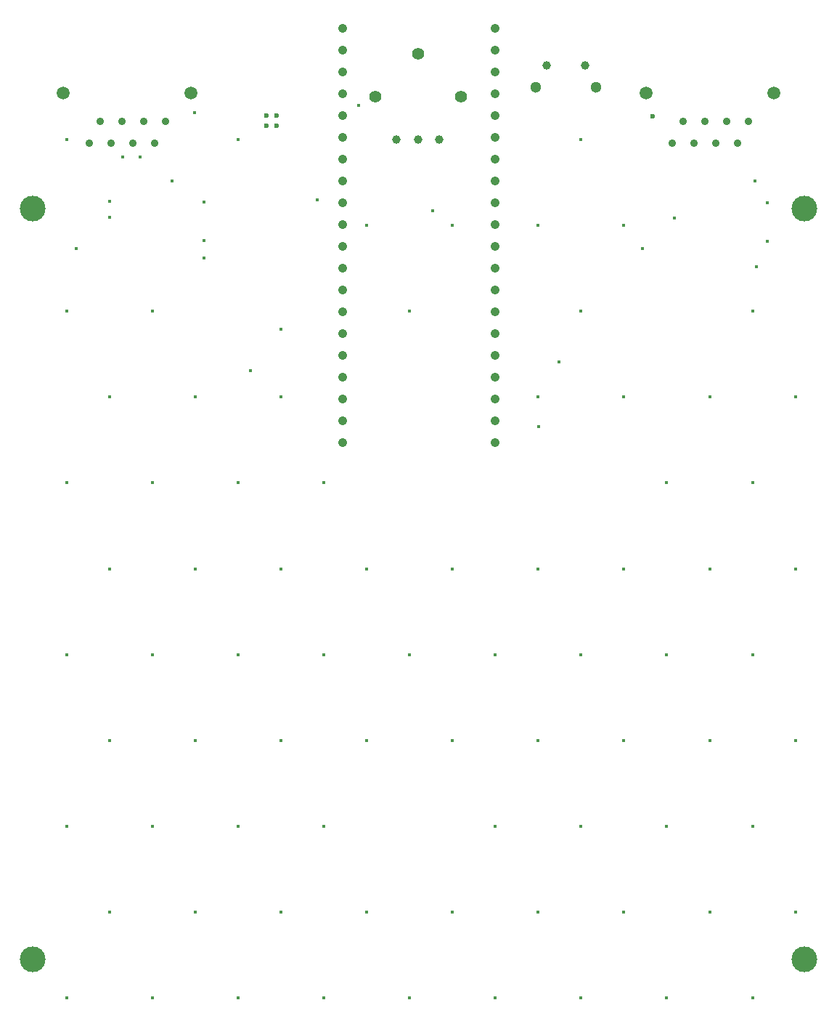
<source format=gbr>
%TF.GenerationSoftware,Altium Limited,Altium Designer,22.10.1 (41)*%
G04 Layer_Color=0*
%FSLAX45Y45*%
%MOMM*%
%TF.SameCoordinates,CC01BCFA-2ECF-4BF2-A349-93AF2CE8EC74*%
%TF.FilePolarity,Positive*%
%TF.FileFunction,Plated,1,2,PTH,Drill*%
%TF.Part,Single*%
G01*
G75*
%TA.AperFunction,ComponentDrill*%
%ADD70C,1.00000*%
%ADD71C,1.30000*%
%ADD72C,1.40000*%
%ADD73C,1.00000*%
%ADD74C,1.40000*%
%ADD75C,1.50000*%
%ADD76C,0.89000*%
%ADD77C,0.60000*%
%TA.AperFunction,OtherDrill,Pad Free-1 (-45mm,10mm)*%
%ADD78C,3.00000*%
%TA.AperFunction,OtherDrill,Pad Free-1 (45mm,10mm)*%
%ADD79C,3.00000*%
%TA.AperFunction,OtherDrill,Pad Free-1 (45mm,97.5mm)*%
%ADD80C,3.00000*%
%TA.AperFunction,OtherDrill,Pad Free-1 (-45mm,97.5mm)*%
%ADD81C,3.00000*%
%TA.AperFunction,ComponentDrill*%
%ADD82C,1.04000*%
%TA.AperFunction,ViaDrill,NotFilled*%
%ADD83C,0.40000*%
%ADD84C,0.60000*%
D70*
X1493500Y11419999D02*
D03*
X1943500D02*
D03*
D71*
X1368500Y11164999D02*
D03*
X2068500D02*
D03*
D72*
X-8000Y11550000D02*
D03*
D73*
X242000Y10550000D02*
D03*
X-8000D02*
D03*
X-258000D02*
D03*
D74*
X-508000Y11050000D02*
D03*
X492000D02*
D03*
D75*
X-4144000Y11091100D02*
D03*
X-2656000D02*
D03*
X2656000Y11091100D02*
D03*
X4144000D02*
D03*
D76*
X-3844500Y10507100D02*
D03*
X-3717500Y10761100D02*
D03*
X-3590500Y10507100D02*
D03*
X-3463500Y10761100D02*
D03*
X-3336500Y10507100D02*
D03*
X-3209500Y10761100D02*
D03*
X-3082500Y10507100D02*
D03*
X-2955500Y10761100D02*
D03*
X2955500Y10507100D02*
D03*
X3082500Y10761100D02*
D03*
X3209500Y10507100D02*
D03*
X3336500Y10761100D02*
D03*
X3463500Y10507100D02*
D03*
X3590500Y10761100D02*
D03*
X3717500Y10507100D02*
D03*
X3844500Y10761100D02*
D03*
D77*
X-1654500Y10715001D02*
D03*
X-1774500D02*
D03*
Y10835001D02*
D03*
X-1654500D02*
D03*
D78*
X-4500000Y1000000D02*
D03*
D79*
X4500000D02*
D03*
D80*
Y9750000D02*
D03*
D81*
X-4500000D02*
D03*
D82*
X-889000Y11846500D02*
D03*
Y11592500D02*
D03*
Y11338500D02*
D03*
Y11084500D02*
D03*
Y10830500D02*
D03*
Y10576500D02*
D03*
Y10322500D02*
D03*
Y10068500D02*
D03*
Y9814500D02*
D03*
Y9560500D02*
D03*
Y9306500D02*
D03*
Y9052500D02*
D03*
Y8798500D02*
D03*
Y8544500D02*
D03*
Y8290500D02*
D03*
Y8036500D02*
D03*
Y7782500D02*
D03*
Y7528500D02*
D03*
Y7274500D02*
D03*
Y7020500D02*
D03*
X889000D02*
D03*
Y7274500D02*
D03*
Y7528500D02*
D03*
Y7782500D02*
D03*
Y8036500D02*
D03*
Y8290500D02*
D03*
Y8544500D02*
D03*
Y8798500D02*
D03*
Y9052500D02*
D03*
Y9306500D02*
D03*
Y9560500D02*
D03*
Y9814500D02*
D03*
Y10068500D02*
D03*
Y10322500D02*
D03*
Y10576500D02*
D03*
Y10830500D02*
D03*
Y11084500D02*
D03*
Y11338500D02*
D03*
Y11592500D02*
D03*
Y11846500D02*
D03*
D83*
X167300Y9722700D02*
D03*
X-2616280Y10863720D02*
D03*
X-3600000Y9830000D02*
D03*
X-1182700Y9850000D02*
D03*
X1635000Y7960000D02*
D03*
X1400000Y7210000D02*
D03*
X-1965000Y7857500D02*
D03*
X-1610000Y8340000D02*
D03*
X3894000Y8553500D02*
D03*
X4394000Y7553500D02*
D03*
X3894000Y6553500D02*
D03*
X4394000Y5553500D02*
D03*
X3894000Y4553500D02*
D03*
X4394000Y3553500D02*
D03*
X3894000Y2553500D02*
D03*
X4394000Y1553500D02*
D03*
X3894000Y553500D02*
D03*
X3394000Y7553500D02*
D03*
X2894000Y6553500D02*
D03*
X3394000Y5553500D02*
D03*
X2894000Y4553500D02*
D03*
X3394000Y3553500D02*
D03*
X2894000Y2553500D02*
D03*
X3394000Y1553500D02*
D03*
X2894000Y553500D02*
D03*
X1894000Y10553500D02*
D03*
X2394000Y9553500D02*
D03*
X1894000Y8553500D02*
D03*
X2394000Y7553500D02*
D03*
Y5553500D02*
D03*
X1894000Y4553500D02*
D03*
X2394000Y3553500D02*
D03*
X1894000Y2553500D02*
D03*
X2394000Y1553500D02*
D03*
X1894000Y553500D02*
D03*
X1394000Y9553500D02*
D03*
Y7553500D02*
D03*
Y5553500D02*
D03*
X894000Y4553500D02*
D03*
X1394000Y3553500D02*
D03*
X894000Y2553500D02*
D03*
X1394000Y1553500D02*
D03*
X894000Y553500D02*
D03*
X394000Y9553500D02*
D03*
X-106000Y8553500D02*
D03*
X394000Y5553500D02*
D03*
X-106000Y4553500D02*
D03*
X394000Y3553500D02*
D03*
Y1553500D02*
D03*
X-106000Y553500D02*
D03*
X-606000Y9553500D02*
D03*
X-1106000Y6553500D02*
D03*
X-606000Y5553500D02*
D03*
X-1106000Y4553500D02*
D03*
X-606000Y3553500D02*
D03*
X-1106000Y2553500D02*
D03*
X-606000Y1553500D02*
D03*
X-1106000Y553500D02*
D03*
X-2106000Y10553500D02*
D03*
X-1606000Y7553500D02*
D03*
X-2106000Y6553500D02*
D03*
X-1606000Y5553500D02*
D03*
X-2106000Y4553500D02*
D03*
X-1606000Y3553500D02*
D03*
X-2106000Y2553500D02*
D03*
X-1606000Y1553500D02*
D03*
X-2106000Y553500D02*
D03*
X-3106000Y8553500D02*
D03*
X-2606000Y7553500D02*
D03*
X-3106000Y6553500D02*
D03*
X-2606000Y5553500D02*
D03*
X-3106000Y4553500D02*
D03*
X-2606000Y3553500D02*
D03*
X-3106000Y2553500D02*
D03*
X-2606000Y1553500D02*
D03*
X-3106000Y553500D02*
D03*
X-4106000Y10553500D02*
D03*
Y8553500D02*
D03*
X-3606000Y7553500D02*
D03*
X-4106000Y6553500D02*
D03*
X-3606000Y5553500D02*
D03*
X-4106000Y4553500D02*
D03*
X-3606000Y3553500D02*
D03*
X-4106000Y2553500D02*
D03*
X-3606000Y1553500D02*
D03*
X-4106000Y553500D02*
D03*
X-3450000Y10350000D02*
D03*
X-3250000D02*
D03*
X-700000Y10950000D02*
D03*
X-2500000Y9175000D02*
D03*
Y9375000D02*
D03*
Y9825000D02*
D03*
X-3990000Y9280000D02*
D03*
X2980000Y9640000D02*
D03*
X2610000Y9280000D02*
D03*
X4070000Y9820000D02*
D03*
Y9370000D02*
D03*
X3940000Y9070000D02*
D03*
X3920199Y10070199D02*
D03*
X-2880000Y10070000D02*
D03*
X-3600691Y9645000D02*
D03*
D84*
X2725000Y10825000D02*
D03*
%TF.MD5,0dfa80aca5a2aac05b3df439361694ec*%
M02*

</source>
